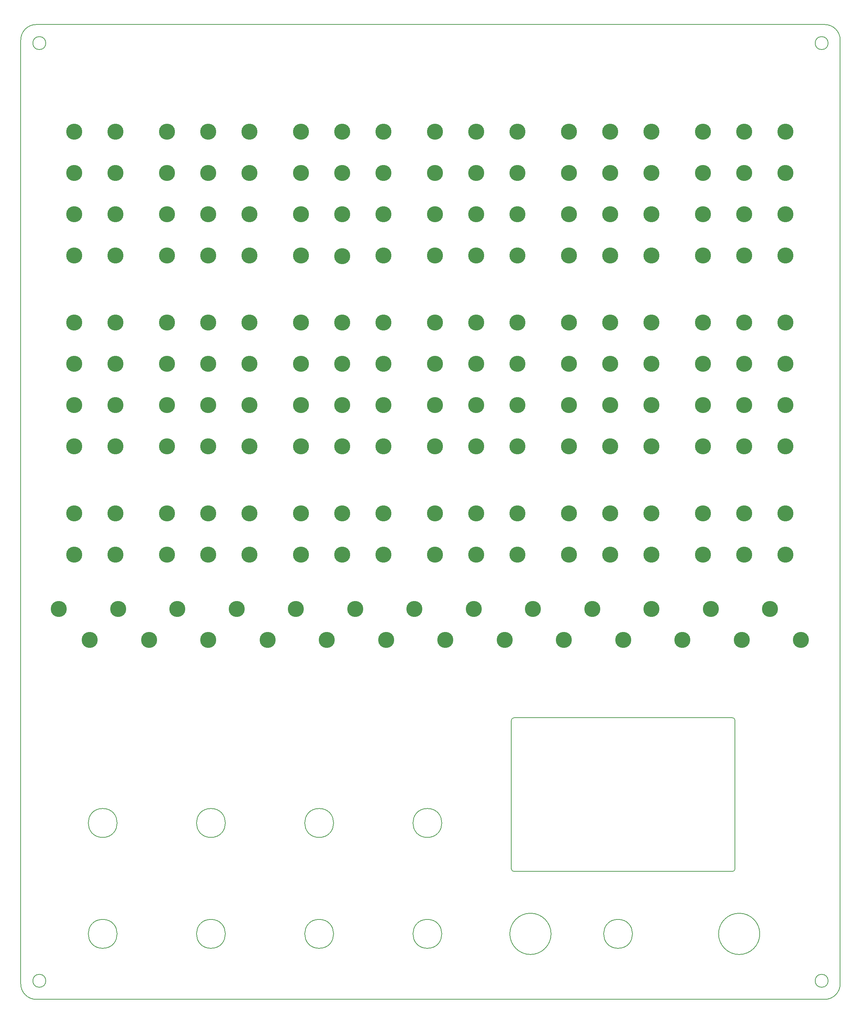
<source format=gbr>
G04 DesignSpark PCB PRO Gerber Version 9.0 Build 5138 *
G04 #@! TF.Part,Single*
G04 #@! TF.FileFunction,Soldermask,Top *
G04 #@! TF.FilePolarity,Negative *
%FSLAX35Y35*%
%MOIN*%
%ADD13C,0.00500*%
G04 #@! TA.AperFunction,ComponentPad*
%ADD26C,0.15600*%
X0Y0D02*
D02*
D13*
X15300Y14000D02*
X780300D01*
G75*
G03X795300Y29000J15000*
G01*
Y944000*
G75*
G03X780300Y959000I-15000*
G01*
X15300*
G75*
G03X300Y944000J-15000*
G01*
Y29000*
G75*
G03X15300Y14000I15000*
G01*
X18300Y38300D02*
G75*
G03Y25700J-6300D01*
G01*
G75*
G03Y38300J6300*
G01*
Y947300D02*
G75*
G03Y934700J-6300D01*
G01*
G75*
G03Y947300J6300*
G01*
X79800Y91500D02*
G75*
G03Y63500J-14000D01*
G01*
G75*
G03Y91500J14000*
G01*
Y199000D02*
G75*
G03Y171000J-14000D01*
G01*
G75*
G03Y199000J14000*
G01*
X184800Y91500D02*
G75*
G03Y63500J-14000D01*
G01*
G75*
G03Y91500J14000*
G01*
Y199000D02*
G75*
G03Y171000J-14000D01*
G01*
G75*
G03Y199000J14000*
G01*
X289800Y91500D02*
G75*
G03Y63500J-14000D01*
G01*
G75*
G03Y91500J14000*
G01*
Y199000D02*
G75*
G03Y171000J-14000D01*
G01*
G75*
G03Y199000J14000*
G01*
X394800Y91500D02*
G75*
G03Y63500J-14000D01*
G01*
G75*
G03Y91500J14000*
G01*
Y199000D02*
G75*
G03Y171000J-14000D01*
G01*
G75*
G03Y199000J14000*
G01*
X478800Y138000D02*
X690800D01*
G75*
G03X693300Y140500J2500*
G01*
Y284500*
G75*
G03X690800Y287000I-2500*
G01*
X478800*
G75*
G03X476300Y284500J-2500*
G01*
Y140500*
G75*
G03X478800Y138000I2500*
G01*
X494800Y97500D02*
G75*
G03Y57500J-20000D01*
G01*
G75*
G03Y97500J20000*
G01*
X579800Y91500D02*
G75*
G03Y63500J-14000D01*
G01*
G75*
G03Y91500J14000*
G01*
X697300Y97500D02*
G75*
G03Y57500J-20000D01*
G01*
G75*
G03Y97500J20000*
G01*
X777300Y38300D02*
G75*
G03Y25700J-6300D01*
G01*
G75*
G03Y38300J6300*
G01*
Y947300D02*
G75*
G03Y934700J-6300D01*
G01*
G75*
G03Y947300J6300*
G01*
D02*
D26*
X37300Y392500D03*
X52300Y445000D03*
Y485000D03*
Y550000D03*
Y590000D03*
Y630000D03*
Y670000D03*
Y735000D03*
Y775000D03*
Y815000D03*
Y855000D03*
X67300Y362500D03*
X92300Y445000D03*
Y485000D03*
Y550000D03*
Y590000D03*
Y630000D03*
Y670000D03*
Y735000D03*
Y775000D03*
Y815000D03*
Y855000D03*
X94800Y392500D03*
X124800Y362500D03*
X142300Y445000D03*
Y485000D03*
Y550000D03*
Y590000D03*
Y630000D03*
Y670000D03*
Y735000D03*
Y775000D03*
Y815000D03*
Y855000D03*
X152300Y392500D03*
X182300Y362500D03*
Y445000D03*
Y485000D03*
Y550000D03*
Y590000D03*
Y630000D03*
Y670000D03*
Y735000D03*
Y775000D03*
Y815000D03*
Y855000D03*
X209800Y392500D03*
X222300Y445000D03*
Y485000D03*
Y550000D03*
Y590000D03*
Y630000D03*
Y670000D03*
Y735000D03*
Y775000D03*
Y815000D03*
Y855000D03*
X239800Y362500D03*
X267300Y392500D03*
X272300Y445000D03*
Y485000D03*
Y550000D03*
Y590000D03*
Y630000D03*
Y670000D03*
Y735000D03*
Y775000D03*
Y815000D03*
Y855000D03*
X297300Y362500D03*
X312300Y445000D03*
Y485000D03*
Y550000D03*
Y590000D03*
Y630000D03*
Y670000D03*
Y734500D03*
Y775000D03*
Y815000D03*
Y855000D03*
X324800Y392500D03*
X352300Y445000D03*
Y485000D03*
Y550000D03*
Y590000D03*
Y630000D03*
Y670000D03*
Y735000D03*
Y775000D03*
Y815000D03*
Y855000D03*
X354800Y362500D03*
X382300Y392500D03*
X402300Y445000D03*
Y485000D03*
Y550000D03*
Y590000D03*
Y630000D03*
Y670000D03*
Y735000D03*
Y775000D03*
Y815000D03*
Y855000D03*
X412300Y362500D03*
X439800Y392500D03*
X442300Y445000D03*
Y485000D03*
Y550000D03*
Y590000D03*
Y630000D03*
Y670000D03*
Y735000D03*
Y775000D03*
Y815000D03*
Y855000D03*
X469800Y362500D03*
X482300Y445000D03*
Y485000D03*
Y550000D03*
Y590000D03*
Y630000D03*
Y670000D03*
Y735000D03*
Y775000D03*
Y815000D03*
Y855000D03*
X497300Y392500D03*
X527300Y362500D03*
X532300Y445000D03*
Y485000D03*
Y550000D03*
Y590000D03*
Y630000D03*
Y670000D03*
Y735000D03*
Y775000D03*
Y815000D03*
Y855000D03*
X554800Y392500D03*
X572300Y445000D03*
Y485000D03*
Y550000D03*
Y590000D03*
Y630000D03*
Y670000D03*
Y735000D03*
Y775000D03*
Y815000D03*
Y855000D03*
X584800Y362500D03*
X612300Y392500D03*
Y445000D03*
Y485000D03*
Y550000D03*
Y590000D03*
Y630000D03*
Y670000D03*
Y735000D03*
Y775000D03*
Y815000D03*
Y855000D03*
X642300Y362500D03*
X662300Y445000D03*
Y485000D03*
Y550000D03*
Y590000D03*
Y630000D03*
Y670000D03*
Y735000D03*
Y775000D03*
Y815000D03*
Y855000D03*
X669800Y392500D03*
X699800Y362500D03*
X702300Y445000D03*
Y485000D03*
Y550000D03*
Y590000D03*
Y630000D03*
Y670000D03*
Y735000D03*
Y775000D03*
Y815000D03*
Y855000D03*
X727300Y392500D03*
X742300Y445000D03*
Y485000D03*
Y550000D03*
Y590000D03*
Y630000D03*
Y670000D03*
Y735000D03*
Y775000D03*
Y815000D03*
Y855000D03*
X757300Y362500D03*
X0Y0D02*
M02*

</source>
